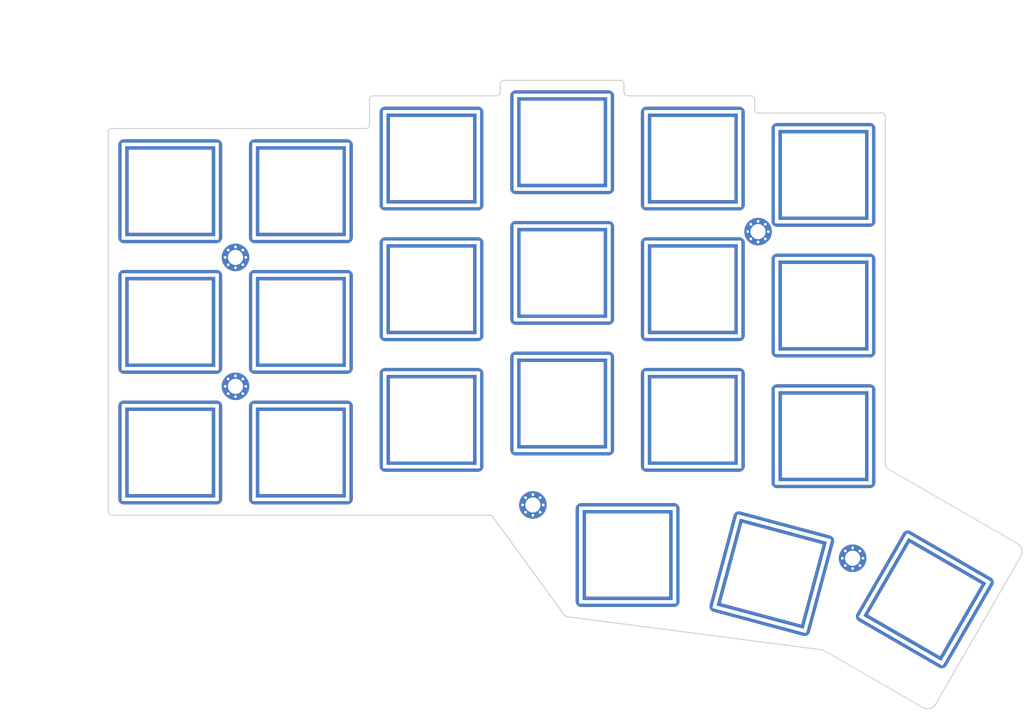
<source format=kicad_pcb>
(kicad_pcb (version 20171130) (host pcbnew 5.1.4+dfsg1-1)

  (general
    (thickness 1.6)
    (drawings 125)
    (tracks 0)
    (zones 0)
    (modules 26)
    (nets 1)
  )

  (page A4)
  (title_block
    (title "Corne Top Plate")
    (date 2018-12-09)
    (rev 2.1)
    (company foostan)
  )

  (layers
    (0 F.Cu signal)
    (31 B.Cu signal)
    (32 B.Adhes user)
    (33 F.Adhes user)
    (34 B.Paste user)
    (35 F.Paste user)
    (36 B.SilkS user)
    (37 F.SilkS user)
    (38 B.Mask user)
    (39 F.Mask user)
    (40 Dwgs.User user)
    (41 Cmts.User user)
    (42 Eco1.User user)
    (43 Eco2.User user)
    (44 Edge.Cuts user)
    (45 Margin user)
    (46 B.CrtYd user)
    (47 F.CrtYd user)
    (48 B.Fab user)
    (49 F.Fab user)
  )

  (setup
    (last_trace_width 0.25)
    (user_trace_width 0.2)
    (user_trace_width 0.5)
    (trace_clearance 0.2)
    (zone_clearance 0.508)
    (zone_45_only no)
    (trace_min 0.2)
    (via_size 0.6)
    (via_drill 0.4)
    (via_min_size 0.4)
    (via_min_drill 0.3)
    (uvia_size 0.3)
    (uvia_drill 0.1)
    (uvias_allowed no)
    (uvia_min_size 0.2)
    (uvia_min_drill 0.1)
    (edge_width 0.15)
    (segment_width 0.1)
    (pcb_text_width 0.3)
    (pcb_text_size 1.5 1.5)
    (mod_edge_width 0.15)
    (mod_text_size 1 1)
    (mod_text_width 0.15)
    (pad_size 4 4)
    (pad_drill 2.2)
    (pad_to_mask_clearance 0.2)
    (aux_axis_origin 174 65.7)
    (grid_origin 70.01 77.125)
    (visible_elements FFFFFF7F)
    (pcbplotparams
      (layerselection 0x010f0_ffffffff)
      (usegerberextensions true)
      (usegerberattributes false)
      (usegerberadvancedattributes false)
      (creategerberjobfile false)
      (excludeedgelayer true)
      (linewidth 0.100000)
      (plotframeref false)
      (viasonmask false)
      (mode 1)
      (useauxorigin false)
      (hpglpennumber 1)
      (hpglpenspeed 20)
      (hpglpendiameter 15.000000)
      (psnegative false)
      (psa4output false)
      (plotreference true)
      (plotvalue true)
      (plotinvisibletext false)
      (padsonsilk false)
      (subtractmaskfromsilk false)
      (outputformat 1)
      (mirror false)
      (drillshape 0)
      (scaleselection 1)
      (outputdirectory "gerber/"))
  )

  (net 0 "")

  (net_class Default "これは標準のネット クラスです。"
    (clearance 0.2)
    (trace_width 0.25)
    (via_dia 0.6)
    (via_drill 0.4)
    (uvia_dia 0.3)
    (uvia_drill 0.1)
  )

  (module kbd:M2_HOLE_v3 (layer F.Cu) (tedit 5DC1AD4B) (tstamp 5AAA7C4A)
    (at 122.75 122.75)
    (descr "Mounting Hole 2.2mm, no annular, M2")
    (tags "mounting hole 2.2mm no annular m2")
    (attr virtual)
    (fp_text reference "" (at 0 -3.2) (layer F.SilkS)
      (effects (font (size 1 1) (thickness 0.15)))
    )
    (fp_text value "" (at 0 3.2) (layer F.Fab)
      (effects (font (size 1 1) (thickness 0.15)))
    )
    (fp_circle (center 0 0) (end 2.45 0) (layer F.CrtYd) (width 0.05))
    (fp_circle (center 0 0) (end 2.2 0) (layer Cmts.User) (width 0.15))
    (fp_text user %R (at 0.3 0) (layer F.Fab)
      (effects (font (size 1 1) (thickness 0.15)))
    )
    (pad 1 thru_hole circle (at 1.06 -1.06) (size 0.5 0.5) (drill 0.4) (layers *.Cu *.Mask))
    (pad 1 thru_hole circle (at -1.06 -1.06) (size 0.5 0.5) (drill 0.4) (layers *.Cu *.Mask))
    (pad 1 thru_hole circle (at -1.06 1.06) (size 0.5 0.5) (drill 0.4) (layers *.Cu *.Mask))
    (pad 1 thru_hole circle (at 1.06 1.06) (size 0.5 0.5) (drill 0.4) (layers *.Cu *.Mask))
    (pad 1 thru_hole circle (at 0 -1.5) (size 0.5 0.5) (drill 0.4) (layers *.Cu *.Mask))
    (pad 1 thru_hole circle (at 0 1.5) (size 0.5 0.5) (drill 0.4) (layers *.Cu *.Mask))
    (pad 1 thru_hole circle (at -1.5 0) (size 0.5 0.5) (drill 0.4) (layers *.Cu *.Mask))
    (pad 1 thru_hole circle (at 1.5 0) (size 0.5 0.5) (drill 0.4) (layers *.Cu *.Mask))
    (pad 1 thru_hole circle (at 0 0) (size 4 4) (drill 2.2) (layers *.Cu *.Mask))
  )

  (module kbd:M2_HOLE_v3 (layer F.Cu) (tedit 5DC1AD4B) (tstamp 5AAA7D53)
    (at 169.25 130.5)
    (descr "Mounting Hole 2.2mm, no annular, M2")
    (tags "mounting hole 2.2mm no annular m2")
    (attr virtual)
    (fp_text reference "" (at 0 -3.2) (layer F.SilkS)
      (effects (font (size 1 1) (thickness 0.15)))
    )
    (fp_text value "" (at 0 3.2) (layer F.Fab)
      (effects (font (size 1 1) (thickness 0.15)))
    )
    (fp_circle (center 0 0) (end 2.45 0) (layer F.CrtYd) (width 0.05))
    (fp_circle (center 0 0) (end 2.2 0) (layer Cmts.User) (width 0.15))
    (fp_text user %R (at 0.3 0) (layer F.Fab)
      (effects (font (size 1 1) (thickness 0.15)))
    )
    (pad 1 thru_hole circle (at 1.06 -1.06) (size 0.5 0.5) (drill 0.4) (layers *.Cu *.Mask))
    (pad 1 thru_hole circle (at -1.06 -1.06) (size 0.5 0.5) (drill 0.4) (layers *.Cu *.Mask))
    (pad 1 thru_hole circle (at -1.06 1.06) (size 0.5 0.5) (drill 0.4) (layers *.Cu *.Mask))
    (pad 1 thru_hole circle (at 1.06 1.06) (size 0.5 0.5) (drill 0.4) (layers *.Cu *.Mask))
    (pad 1 thru_hole circle (at 0 -1.5) (size 0.5 0.5) (drill 0.4) (layers *.Cu *.Mask))
    (pad 1 thru_hole circle (at 0 1.5) (size 0.5 0.5) (drill 0.4) (layers *.Cu *.Mask))
    (pad 1 thru_hole circle (at -1.5 0) (size 0.5 0.5) (drill 0.4) (layers *.Cu *.Mask))
    (pad 1 thru_hole circle (at 1.5 0) (size 0.5 0.5) (drill 0.4) (layers *.Cu *.Mask))
    (pad 1 thru_hole circle (at 0 0) (size 4 4) (drill 2.2) (layers *.Cu *.Mask))
  )

  (module kbd:M2_HOLE_v3 (layer F.Cu) (tedit 5DC1AD4B) (tstamp 5AAA5A9F)
    (at 79.5 105.5)
    (descr "Mounting Hole 2.2mm, no annular, M2")
    (tags "mounting hole 2.2mm no annular m2")
    (attr virtual)
    (fp_text reference "" (at 0 -3.2) (layer F.SilkS)
      (effects (font (size 1 1) (thickness 0.15)))
    )
    (fp_text value "" (at 0 3.2) (layer F.Fab)
      (effects (font (size 1 1) (thickness 0.15)))
    )
    (fp_circle (center 0 0) (end 2.45 0) (layer F.CrtYd) (width 0.05))
    (fp_circle (center 0 0) (end 2.2 0) (layer Cmts.User) (width 0.15))
    (fp_text user %R (at 0.3 0) (layer F.Fab)
      (effects (font (size 1 1) (thickness 0.15)))
    )
    (pad 1 thru_hole circle (at 1.06 -1.06) (size 0.5 0.5) (drill 0.4) (layers *.Cu *.Mask))
    (pad 1 thru_hole circle (at -1.06 -1.06) (size 0.5 0.5) (drill 0.4) (layers *.Cu *.Mask))
    (pad 1 thru_hole circle (at -1.06 1.06) (size 0.5 0.5) (drill 0.4) (layers *.Cu *.Mask))
    (pad 1 thru_hole circle (at 1.06 1.06) (size 0.5 0.5) (drill 0.4) (layers *.Cu *.Mask))
    (pad 1 thru_hole circle (at 0 -1.5) (size 0.5 0.5) (drill 0.4) (layers *.Cu *.Mask))
    (pad 1 thru_hole circle (at 0 1.5) (size 0.5 0.5) (drill 0.4) (layers *.Cu *.Mask))
    (pad 1 thru_hole circle (at -1.5 0) (size 0.5 0.5) (drill 0.4) (layers *.Cu *.Mask))
    (pad 1 thru_hole circle (at 1.5 0) (size 0.5 0.5) (drill 0.4) (layers *.Cu *.Mask))
    (pad 1 thru_hole circle (at 0 0) (size 4 4) (drill 2.2) (layers *.Cu *.Mask))
  )

  (module kbd:M2_HOLE_v3 (layer F.Cu) (tedit 5DC1AD4B) (tstamp 5AAA7C39)
    (at 155.5 83)
    (descr "Mounting Hole 2.2mm, no annular, M2")
    (tags "mounting hole 2.2mm no annular m2")
    (attr virtual)
    (fp_text reference "" (at 0 -3.2) (layer F.SilkS)
      (effects (font (size 1 1) (thickness 0.15)))
    )
    (fp_text value "" (at 0 3.2) (layer F.Fab)
      (effects (font (size 1 1) (thickness 0.15)))
    )
    (fp_circle (center 0 0) (end 2.45 0) (layer F.CrtYd) (width 0.05))
    (fp_circle (center 0 0) (end 2.2 0) (layer Cmts.User) (width 0.15))
    (fp_text user %R (at 0.3 0) (layer F.Fab)
      (effects (font (size 1 1) (thickness 0.15)))
    )
    (pad 1 thru_hole circle (at 1.06 -1.06) (size 0.5 0.5) (drill 0.4) (layers *.Cu *.Mask))
    (pad 1 thru_hole circle (at -1.06 -1.06) (size 0.5 0.5) (drill 0.4) (layers *.Cu *.Mask))
    (pad 1 thru_hole circle (at -1.06 1.06) (size 0.5 0.5) (drill 0.4) (layers *.Cu *.Mask))
    (pad 1 thru_hole circle (at 1.06 1.06) (size 0.5 0.5) (drill 0.4) (layers *.Cu *.Mask))
    (pad 1 thru_hole circle (at 0 -1.5) (size 0.5 0.5) (drill 0.4) (layers *.Cu *.Mask))
    (pad 1 thru_hole circle (at 0 1.5) (size 0.5 0.5) (drill 0.4) (layers *.Cu *.Mask))
    (pad 1 thru_hole circle (at -1.5 0) (size 0.5 0.5) (drill 0.4) (layers *.Cu *.Mask))
    (pad 1 thru_hole circle (at 1.5 0) (size 0.5 0.5) (drill 0.4) (layers *.Cu *.Mask))
    (pad 1 thru_hole circle (at 0 0) (size 4 4) (drill 2.2) (layers *.Cu *.Mask))
  )

  (module kbd:M2_HOLE_v3 (layer F.Cu) (tedit 5DC1AD4B) (tstamp 5AAA5A7C)
    (at 79.5 86.75)
    (descr "Mounting Hole 2.2mm, no annular, M2")
    (tags "mounting hole 2.2mm no annular m2")
    (attr virtual)
    (fp_text reference "" (at 0 -3.2) (layer F.SilkS)
      (effects (font (size 1 1) (thickness 0.15)))
    )
    (fp_text value "" (at 0 3.2) (layer F.Fab)
      (effects (font (size 1 1) (thickness 0.15)))
    )
    (fp_circle (center 0 0) (end 2.45 0) (layer F.CrtYd) (width 0.05))
    (fp_circle (center 0 0) (end 2.2 0) (layer Cmts.User) (width 0.15))
    (fp_text user %R (at 0.3 0) (layer F.Fab)
      (effects (font (size 1 1) (thickness 0.15)))
    )
    (pad 1 thru_hole circle (at 1.06 -1.06) (size 0.5 0.5) (drill 0.4) (layers *.Cu *.Mask))
    (pad 1 thru_hole circle (at -1.06 -1.06) (size 0.5 0.5) (drill 0.4) (layers *.Cu *.Mask))
    (pad 1 thru_hole circle (at -1.06 1.06) (size 0.5 0.5) (drill 0.4) (layers *.Cu *.Mask))
    (pad 1 thru_hole circle (at 1.06 1.06) (size 0.5 0.5) (drill 0.4) (layers *.Cu *.Mask))
    (pad 1 thru_hole circle (at 0 -1.5) (size 0.5 0.5) (drill 0.4) (layers *.Cu *.Mask))
    (pad 1 thru_hole circle (at 0 1.5) (size 0.5 0.5) (drill 0.4) (layers *.Cu *.Mask))
    (pad 1 thru_hole circle (at -1.5 0) (size 0.5 0.5) (drill 0.4) (layers *.Cu *.Mask))
    (pad 1 thru_hole circle (at 1.5 0) (size 0.5 0.5) (drill 0.4) (layers *.Cu *.Mask))
    (pad 1 thru_hole circle (at 0 0) (size 4 4) (drill 2.2) (layers *.Cu *.Mask))
  )

  (module kbd:SW_Hole_TH (layer F.Cu) (tedit 5DC1A8B7) (tstamp 5DC20BEA)
    (at 179.75 136.485 330)
    (fp_text reference SW2 (at 7 8.1 150) (layer F.SilkS) hide
      (effects (font (size 1 1) (thickness 0.15)))
    )
    (fp_text value KEY_SWITCH (at -7.4 -8.1 150) (layer F.Fab) hide
      (effects (font (size 1 1) (thickness 0.15)))
    )
    (fp_line (start 9.525 9.525) (end 9.525 -9.525) (layer F.Fab) (width 0.15))
    (fp_line (start -9.525 9.525) (end 9.525 9.525) (layer F.Fab) (width 0.15))
    (fp_line (start -9.525 -9.525) (end -9.525 9.525) (layer F.Fab) (width 0.15))
    (fp_line (start 9.525 -9.525) (end -9.525 -9.525) (layer F.Fab) (width 0.15))
    (pad 1 thru_hole oval (at 6.8 0 330) (size 1.5 15) (drill oval 0.5 14) (layers *.Cu *.Mask))
    (pad 1 thru_hole oval (at -6.8 0 330) (size 1.5 15) (drill oval 0.5 14) (layers *.Cu *.Mask))
    (pad 1 thru_hole oval (at 0 6.8 60) (size 1.5 15) (drill oval 0.5 14) (layers *.Cu *.Mask))
    (pad 1 thru_hole oval (at 0 -6.8 60) (size 1.5 15) (drill oval 0.5 14) (layers *.Cu *.Mask))
  )

  (module kbd:SW_Hole_TH (layer F.Cu) (tedit 5DC1A8B7) (tstamp 5DC20BC9)
    (at 157.492 132.744 345)
    (fp_text reference SW2 (at 7 8.1 165) (layer F.SilkS) hide
      (effects (font (size 1 1) (thickness 0.15)))
    )
    (fp_text value KEY_SWITCH (at -7.4 -8.1 165) (layer F.Fab) hide
      (effects (font (size 1 1) (thickness 0.15)))
    )
    (fp_line (start 9.525 -9.525) (end -9.525 -9.525) (layer F.Fab) (width 0.15))
    (fp_line (start -9.525 -9.525) (end -9.525 9.525) (layer F.Fab) (width 0.15))
    (fp_line (start -9.525 9.525) (end 9.525 9.525) (layer F.Fab) (width 0.15))
    (fp_line (start 9.525 9.525) (end 9.525 -9.525) (layer F.Fab) (width 0.15))
    (pad 1 thru_hole oval (at 0 -6.8 75) (size 1.5 15) (drill oval 0.5 14) (layers *.Cu *.Mask))
    (pad 1 thru_hole oval (at 0 6.8 75) (size 1.5 15) (drill oval 0.5 14) (layers *.Cu *.Mask))
    (pad 1 thru_hole oval (at -6.8 0 345) (size 1.5 15) (drill oval 0.5 14) (layers *.Cu *.Mask))
    (pad 1 thru_hole oval (at 6.8 0 345) (size 1.5 15) (drill oval 0.5 14) (layers *.Cu *.Mask))
  )

  (module kbd:SW_Hole_TH (layer F.Cu) (tedit 5DC1A8B7) (tstamp 5DC20B59)
    (at 136.53 130.035)
    (fp_text reference SW2 (at 7 8.1) (layer F.SilkS) hide
      (effects (font (size 1 1) (thickness 0.15)))
    )
    (fp_text value KEY_SWITCH (at -7.4 -8.1) (layer F.Fab) hide
      (effects (font (size 1 1) (thickness 0.15)))
    )
    (fp_line (start 9.525 9.525) (end 9.525 -9.525) (layer F.Fab) (width 0.15))
    (fp_line (start -9.525 9.525) (end 9.525 9.525) (layer F.Fab) (width 0.15))
    (fp_line (start -9.525 -9.525) (end -9.525 9.525) (layer F.Fab) (width 0.15))
    (fp_line (start 9.525 -9.525) (end -9.525 -9.525) (layer F.Fab) (width 0.15))
    (pad 1 thru_hole oval (at 6.8 0) (size 1.5 15) (drill oval 0.5 14) (layers *.Cu *.Mask))
    (pad 1 thru_hole oval (at -6.8 0) (size 1.5 15) (drill oval 0.5 14) (layers *.Cu *.Mask))
    (pad 1 thru_hole oval (at 0 6.8 90) (size 1.5 15) (drill oval 0.5 14) (layers *.Cu *.Mask))
    (pad 1 thru_hole oval (at 0 -6.8 90) (size 1.5 15) (drill oval 0.5 14) (layers *.Cu *.Mask))
  )

  (module kbd:SW_Hole_TH (layer F.Cu) (tedit 5DC1A8B7) (tstamp 5DC20AAA)
    (at 165.01 112.75)
    (fp_text reference SW2 (at 7 8.1) (layer F.SilkS) hide
      (effects (font (size 1 1) (thickness 0.15)))
    )
    (fp_text value KEY_SWITCH (at -7.4 -8.1) (layer F.Fab) hide
      (effects (font (size 1 1) (thickness 0.15)))
    )
    (fp_line (start 9.525 9.525) (end 9.525 -9.525) (layer F.Fab) (width 0.15))
    (fp_line (start -9.525 9.525) (end 9.525 9.525) (layer F.Fab) (width 0.15))
    (fp_line (start -9.525 -9.525) (end -9.525 9.525) (layer F.Fab) (width 0.15))
    (fp_line (start 9.525 -9.525) (end -9.525 -9.525) (layer F.Fab) (width 0.15))
    (pad 1 thru_hole oval (at 6.8 0) (size 1.5 15) (drill oval 0.5 14) (layers *.Cu *.Mask))
    (pad 1 thru_hole oval (at -6.8 0) (size 1.5 15) (drill oval 0.5 14) (layers *.Cu *.Mask))
    (pad 1 thru_hole oval (at 0 6.8 90) (size 1.5 15) (drill oval 0.5 14) (layers *.Cu *.Mask))
    (pad 1 thru_hole oval (at 0 -6.8 90) (size 1.5 15) (drill oval 0.5 14) (layers *.Cu *.Mask))
  )

  (module kbd:SW_Hole_TH (layer F.Cu) (tedit 5DC1A8B7) (tstamp 5DC20A9F)
    (at 165.01 74.75)
    (fp_text reference SW2 (at 7 8.1) (layer F.SilkS) hide
      (effects (font (size 1 1) (thickness 0.15)))
    )
    (fp_text value KEY_SWITCH (at -7.4 -8.1) (layer F.Fab) hide
      (effects (font (size 1 1) (thickness 0.15)))
    )
    (fp_line (start 9.525 9.525) (end 9.525 -9.525) (layer F.Fab) (width 0.15))
    (fp_line (start -9.525 9.525) (end 9.525 9.525) (layer F.Fab) (width 0.15))
    (fp_line (start -9.525 -9.525) (end -9.525 9.525) (layer F.Fab) (width 0.15))
    (fp_line (start 9.525 -9.525) (end -9.525 -9.525) (layer F.Fab) (width 0.15))
    (pad 1 thru_hole oval (at 6.8 0) (size 1.5 15) (drill oval 0.5 14) (layers *.Cu *.Mask))
    (pad 1 thru_hole oval (at -6.8 0) (size 1.5 15) (drill oval 0.5 14) (layers *.Cu *.Mask))
    (pad 1 thru_hole oval (at 0 6.8 90) (size 1.5 15) (drill oval 0.5 14) (layers *.Cu *.Mask))
    (pad 1 thru_hole oval (at 0 -6.8 90) (size 1.5 15) (drill oval 0.5 14) (layers *.Cu *.Mask))
  )

  (module kbd:SW_Hole_TH (layer F.Cu) (tedit 5DC1A8B7) (tstamp 5DC20A94)
    (at 165.01 93.75)
    (fp_text reference SW2 (at 7 8.1) (layer F.SilkS) hide
      (effects (font (size 1 1) (thickness 0.15)))
    )
    (fp_text value KEY_SWITCH (at -7.4 -8.1) (layer F.Fab) hide
      (effects (font (size 1 1) (thickness 0.15)))
    )
    (fp_line (start 9.525 -9.525) (end -9.525 -9.525) (layer F.Fab) (width 0.15))
    (fp_line (start -9.525 -9.525) (end -9.525 9.525) (layer F.Fab) (width 0.15))
    (fp_line (start -9.525 9.525) (end 9.525 9.525) (layer F.Fab) (width 0.15))
    (fp_line (start 9.525 9.525) (end 9.525 -9.525) (layer F.Fab) (width 0.15))
    (pad 1 thru_hole oval (at 0 -6.8 90) (size 1.5 15) (drill oval 0.5 14) (layers *.Cu *.Mask))
    (pad 1 thru_hole oval (at 0 6.8 90) (size 1.5 15) (drill oval 0.5 14) (layers *.Cu *.Mask))
    (pad 1 thru_hole oval (at -6.8 0) (size 1.5 15) (drill oval 0.5 14) (layers *.Cu *.Mask))
    (pad 1 thru_hole oval (at 6.8 0) (size 1.5 15) (drill oval 0.5 14) (layers *.Cu *.Mask))
  )

  (module kbd:SW_Hole_TH (layer F.Cu) (tedit 5DC1A8B7) (tstamp 5DC20A68)
    (at 146.01 91.375)
    (fp_text reference SW2 (at 7 8.1) (layer F.SilkS) hide
      (effects (font (size 1 1) (thickness 0.15)))
    )
    (fp_text value KEY_SWITCH (at -7.4 -8.1) (layer F.Fab) hide
      (effects (font (size 1 1) (thickness 0.15)))
    )
    (fp_line (start 9.525 9.525) (end 9.525 -9.525) (layer F.Fab) (width 0.15))
    (fp_line (start -9.525 9.525) (end 9.525 9.525) (layer F.Fab) (width 0.15))
    (fp_line (start -9.525 -9.525) (end -9.525 9.525) (layer F.Fab) (width 0.15))
    (fp_line (start 9.525 -9.525) (end -9.525 -9.525) (layer F.Fab) (width 0.15))
    (pad 1 thru_hole oval (at 6.8 0) (size 1.5 15) (drill oval 0.5 14) (layers *.Cu *.Mask))
    (pad 1 thru_hole oval (at -6.8 0) (size 1.5 15) (drill oval 0.5 14) (layers *.Cu *.Mask))
    (pad 1 thru_hole oval (at 0 6.8 90) (size 1.5 15) (drill oval 0.5 14) (layers *.Cu *.Mask))
    (pad 1 thru_hole oval (at 0 -6.8 90) (size 1.5 15) (drill oval 0.5 14) (layers *.Cu *.Mask))
  )

  (module kbd:SW_Hole_TH (layer F.Cu) (tedit 5DC1A8B7) (tstamp 5DC20A5D)
    (at 146.01 72.375)
    (fp_text reference SW2 (at 7 8.1) (layer F.SilkS) hide
      (effects (font (size 1 1) (thickness 0.15)))
    )
    (fp_text value KEY_SWITCH (at -7.4 -8.1) (layer F.Fab) hide
      (effects (font (size 1 1) (thickness 0.15)))
    )
    (fp_line (start 9.525 -9.525) (end -9.525 -9.525) (layer F.Fab) (width 0.15))
    (fp_line (start -9.525 -9.525) (end -9.525 9.525) (layer F.Fab) (width 0.15))
    (fp_line (start -9.525 9.525) (end 9.525 9.525) (layer F.Fab) (width 0.15))
    (fp_line (start 9.525 9.525) (end 9.525 -9.525) (layer F.Fab) (width 0.15))
    (pad 1 thru_hole oval (at 0 -6.8 90) (size 1.5 15) (drill oval 0.5 14) (layers *.Cu *.Mask))
    (pad 1 thru_hole oval (at 0 6.8 90) (size 1.5 15) (drill oval 0.5 14) (layers *.Cu *.Mask))
    (pad 1 thru_hole oval (at -6.8 0) (size 1.5 15) (drill oval 0.5 14) (layers *.Cu *.Mask))
    (pad 1 thru_hole oval (at 6.8 0) (size 1.5 15) (drill oval 0.5 14) (layers *.Cu *.Mask))
  )

  (module kbd:SW_Hole_TH (layer F.Cu) (tedit 5DC1A8B7) (tstamp 5DC20A52)
    (at 146.01 110.375)
    (fp_text reference SW2 (at 7 8.1) (layer F.SilkS) hide
      (effects (font (size 1 1) (thickness 0.15)))
    )
    (fp_text value KEY_SWITCH (at -7.4 -8.1) (layer F.Fab) hide
      (effects (font (size 1 1) (thickness 0.15)))
    )
    (fp_line (start 9.525 -9.525) (end -9.525 -9.525) (layer F.Fab) (width 0.15))
    (fp_line (start -9.525 -9.525) (end -9.525 9.525) (layer F.Fab) (width 0.15))
    (fp_line (start -9.525 9.525) (end 9.525 9.525) (layer F.Fab) (width 0.15))
    (fp_line (start 9.525 9.525) (end 9.525 -9.525) (layer F.Fab) (width 0.15))
    (pad 1 thru_hole oval (at 0 -6.8 90) (size 1.5 15) (drill oval 0.5 14) (layers *.Cu *.Mask))
    (pad 1 thru_hole oval (at 0 6.8 90) (size 1.5 15) (drill oval 0.5 14) (layers *.Cu *.Mask))
    (pad 1 thru_hole oval (at -6.8 0) (size 1.5 15) (drill oval 0.5 14) (layers *.Cu *.Mask))
    (pad 1 thru_hole oval (at 6.8 0) (size 1.5 15) (drill oval 0.5 14) (layers *.Cu *.Mask))
  )

  (module kbd:SW_Hole_TH (layer F.Cu) (tedit 5DC1A8B7) (tstamp 5DC20A26)
    (at 127.01 89)
    (fp_text reference SW2 (at 7 8.1) (layer F.SilkS) hide
      (effects (font (size 1 1) (thickness 0.15)))
    )
    (fp_text value KEY_SWITCH (at -7.4 -8.1) (layer F.Fab) hide
      (effects (font (size 1 1) (thickness 0.15)))
    )
    (fp_line (start 9.525 -9.525) (end -9.525 -9.525) (layer F.Fab) (width 0.15))
    (fp_line (start -9.525 -9.525) (end -9.525 9.525) (layer F.Fab) (width 0.15))
    (fp_line (start -9.525 9.525) (end 9.525 9.525) (layer F.Fab) (width 0.15))
    (fp_line (start 9.525 9.525) (end 9.525 -9.525) (layer F.Fab) (width 0.15))
    (pad 1 thru_hole oval (at 0 -6.8 90) (size 1.5 15) (drill oval 0.5 14) (layers *.Cu *.Mask))
    (pad 1 thru_hole oval (at 0 6.8 90) (size 1.5 15) (drill oval 0.5 14) (layers *.Cu *.Mask))
    (pad 1 thru_hole oval (at -6.8 0) (size 1.5 15) (drill oval 0.5 14) (layers *.Cu *.Mask))
    (pad 1 thru_hole oval (at 6.8 0) (size 1.5 15) (drill oval 0.5 14) (layers *.Cu *.Mask))
  )

  (module kbd:SW_Hole_TH (layer F.Cu) (tedit 5DC1A8B7) (tstamp 5DC20A1B)
    (at 127.01 108)
    (fp_text reference SW2 (at 7 8.1) (layer F.SilkS) hide
      (effects (font (size 1 1) (thickness 0.15)))
    )
    (fp_text value KEY_SWITCH (at -7.4 -8.1) (layer F.Fab) hide
      (effects (font (size 1 1) (thickness 0.15)))
    )
    (fp_line (start 9.525 9.525) (end 9.525 -9.525) (layer F.Fab) (width 0.15))
    (fp_line (start -9.525 9.525) (end 9.525 9.525) (layer F.Fab) (width 0.15))
    (fp_line (start -9.525 -9.525) (end -9.525 9.525) (layer F.Fab) (width 0.15))
    (fp_line (start 9.525 -9.525) (end -9.525 -9.525) (layer F.Fab) (width 0.15))
    (pad 1 thru_hole oval (at 6.8 0) (size 1.5 15) (drill oval 0.5 14) (layers *.Cu *.Mask))
    (pad 1 thru_hole oval (at -6.8 0) (size 1.5 15) (drill oval 0.5 14) (layers *.Cu *.Mask))
    (pad 1 thru_hole oval (at 0 6.8 90) (size 1.5 15) (drill oval 0.5 14) (layers *.Cu *.Mask))
    (pad 1 thru_hole oval (at 0 -6.8 90) (size 1.5 15) (drill oval 0.5 14) (layers *.Cu *.Mask))
  )

  (module kbd:SW_Hole_TH (layer F.Cu) (tedit 5DC1A8B7) (tstamp 5DC20A10)
    (at 127.01 70)
    (fp_text reference SW2 (at 7 8.1) (layer F.SilkS) hide
      (effects (font (size 1 1) (thickness 0.15)))
    )
    (fp_text value KEY_SWITCH (at -7.4 -8.1) (layer F.Fab) hide
      (effects (font (size 1 1) (thickness 0.15)))
    )
    (fp_line (start 9.525 9.525) (end 9.525 -9.525) (layer F.Fab) (width 0.15))
    (fp_line (start -9.525 9.525) (end 9.525 9.525) (layer F.Fab) (width 0.15))
    (fp_line (start -9.525 -9.525) (end -9.525 9.525) (layer F.Fab) (width 0.15))
    (fp_line (start 9.525 -9.525) (end -9.525 -9.525) (layer F.Fab) (width 0.15))
    (pad 1 thru_hole oval (at 6.8 0) (size 1.5 15) (drill oval 0.5 14) (layers *.Cu *.Mask))
    (pad 1 thru_hole oval (at -6.8 0) (size 1.5 15) (drill oval 0.5 14) (layers *.Cu *.Mask))
    (pad 1 thru_hole oval (at 0 6.8 90) (size 1.5 15) (drill oval 0.5 14) (layers *.Cu *.Mask))
    (pad 1 thru_hole oval (at 0 -6.8 90) (size 1.5 15) (drill oval 0.5 14) (layers *.Cu *.Mask))
  )

  (module kbd:SW_Hole_TH (layer F.Cu) (tedit 5DC1A8B7) (tstamp 5DC209E4)
    (at 108.01 91.375)
    (fp_text reference SW2 (at 7 8.1) (layer F.SilkS) hide
      (effects (font (size 1 1) (thickness 0.15)))
    )
    (fp_text value KEY_SWITCH (at -7.4 -8.1) (layer F.Fab) hide
      (effects (font (size 1 1) (thickness 0.15)))
    )
    (fp_line (start 9.525 9.525) (end 9.525 -9.525) (layer F.Fab) (width 0.15))
    (fp_line (start -9.525 9.525) (end 9.525 9.525) (layer F.Fab) (width 0.15))
    (fp_line (start -9.525 -9.525) (end -9.525 9.525) (layer F.Fab) (width 0.15))
    (fp_line (start 9.525 -9.525) (end -9.525 -9.525) (layer F.Fab) (width 0.15))
    (pad 1 thru_hole oval (at 6.8 0) (size 1.5 15) (drill oval 0.5 14) (layers *.Cu *.Mask))
    (pad 1 thru_hole oval (at -6.8 0) (size 1.5 15) (drill oval 0.5 14) (layers *.Cu *.Mask))
    (pad 1 thru_hole oval (at 0 6.8 90) (size 1.5 15) (drill oval 0.5 14) (layers *.Cu *.Mask))
    (pad 1 thru_hole oval (at 0 -6.8 90) (size 1.5 15) (drill oval 0.5 14) (layers *.Cu *.Mask))
  )

  (module kbd:SW_Hole_TH (layer F.Cu) (tedit 5DC1A8B7) (tstamp 5DC209D9)
    (at 108.01 110.375)
    (fp_text reference SW2 (at 7 8.1) (layer F.SilkS) hide
      (effects (font (size 1 1) (thickness 0.15)))
    )
    (fp_text value KEY_SWITCH (at -7.4 -8.1) (layer F.Fab) hide
      (effects (font (size 1 1) (thickness 0.15)))
    )
    (fp_line (start 9.525 -9.525) (end -9.525 -9.525) (layer F.Fab) (width 0.15))
    (fp_line (start -9.525 -9.525) (end -9.525 9.525) (layer F.Fab) (width 0.15))
    (fp_line (start -9.525 9.525) (end 9.525 9.525) (layer F.Fab) (width 0.15))
    (fp_line (start 9.525 9.525) (end 9.525 -9.525) (layer F.Fab) (width 0.15))
    (pad 1 thru_hole oval (at 0 -6.8 90) (size 1.5 15) (drill oval 0.5 14) (layers *.Cu *.Mask))
    (pad 1 thru_hole oval (at 0 6.8 90) (size 1.5 15) (drill oval 0.5 14) (layers *.Cu *.Mask))
    (pad 1 thru_hole oval (at -6.8 0) (size 1.5 15) (drill oval 0.5 14) (layers *.Cu *.Mask))
    (pad 1 thru_hole oval (at 6.8 0) (size 1.5 15) (drill oval 0.5 14) (layers *.Cu *.Mask))
  )

  (module kbd:SW_Hole_TH (layer F.Cu) (tedit 5DC1A8B7) (tstamp 5DC209CE)
    (at 108.01 72.375)
    (fp_text reference SW2 (at 7 8.1) (layer F.SilkS) hide
      (effects (font (size 1 1) (thickness 0.15)))
    )
    (fp_text value KEY_SWITCH (at -7.4 -8.1) (layer F.Fab) hide
      (effects (font (size 1 1) (thickness 0.15)))
    )
    (fp_line (start 9.525 -9.525) (end -9.525 -9.525) (layer F.Fab) (width 0.15))
    (fp_line (start -9.525 -9.525) (end -9.525 9.525) (layer F.Fab) (width 0.15))
    (fp_line (start -9.525 9.525) (end 9.525 9.525) (layer F.Fab) (width 0.15))
    (fp_line (start 9.525 9.525) (end 9.525 -9.525) (layer F.Fab) (width 0.15))
    (pad 1 thru_hole oval (at 0 -6.8 90) (size 1.5 15) (drill oval 0.5 14) (layers *.Cu *.Mask))
    (pad 1 thru_hole oval (at 0 6.8 90) (size 1.5 15) (drill oval 0.5 14) (layers *.Cu *.Mask))
    (pad 1 thru_hole oval (at -6.8 0) (size 1.5 15) (drill oval 0.5 14) (layers *.Cu *.Mask))
    (pad 1 thru_hole oval (at 6.8 0) (size 1.5 15) (drill oval 0.5 14) (layers *.Cu *.Mask))
  )

  (module kbd:SW_Hole_TH (layer F.Cu) (tedit 5DC1A8B7) (tstamp 5DC2068E)
    (at 89.01 96.125)
    (fp_text reference SW2 (at 7 8.1) (layer F.SilkS) hide
      (effects (font (size 1 1) (thickness 0.15)))
    )
    (fp_text value KEY_SWITCH (at -7.4 -8.1) (layer F.Fab) hide
      (effects (font (size 1 1) (thickness 0.15)))
    )
    (fp_line (start 9.525 -9.525) (end -9.525 -9.525) (layer F.Fab) (width 0.15))
    (fp_line (start -9.525 -9.525) (end -9.525 9.525) (layer F.Fab) (width 0.15))
    (fp_line (start -9.525 9.525) (end 9.525 9.525) (layer F.Fab) (width 0.15))
    (fp_line (start 9.525 9.525) (end 9.525 -9.525) (layer F.Fab) (width 0.15))
    (pad 1 thru_hole oval (at 0 -6.8 90) (size 1.5 15) (drill oval 0.5 14) (layers *.Cu *.Mask))
    (pad 1 thru_hole oval (at 0 6.8 90) (size 1.5 15) (drill oval 0.5 14) (layers *.Cu *.Mask))
    (pad 1 thru_hole oval (at -6.8 0) (size 1.5 15) (drill oval 0.5 14) (layers *.Cu *.Mask))
    (pad 1 thru_hole oval (at 6.8 0) (size 1.5 15) (drill oval 0.5 14) (layers *.Cu *.Mask))
  )

  (module kbd:SW_Hole_TH (layer F.Cu) (tedit 5DC1A8B7) (tstamp 5DC20683)
    (at 89.01 115.125)
    (fp_text reference SW2 (at 7 8.1) (layer F.SilkS) hide
      (effects (font (size 1 1) (thickness 0.15)))
    )
    (fp_text value KEY_SWITCH (at -7.4 -8.1) (layer F.Fab) hide
      (effects (font (size 1 1) (thickness 0.15)))
    )
    (fp_line (start 9.525 9.525) (end 9.525 -9.525) (layer F.Fab) (width 0.15))
    (fp_line (start -9.525 9.525) (end 9.525 9.525) (layer F.Fab) (width 0.15))
    (fp_line (start -9.525 -9.525) (end -9.525 9.525) (layer F.Fab) (width 0.15))
    (fp_line (start 9.525 -9.525) (end -9.525 -9.525) (layer F.Fab) (width 0.15))
    (pad 1 thru_hole oval (at 6.8 0) (size 1.5 15) (drill oval 0.5 14) (layers *.Cu *.Mask))
    (pad 1 thru_hole oval (at -6.8 0) (size 1.5 15) (drill oval 0.5 14) (layers *.Cu *.Mask))
    (pad 1 thru_hole oval (at 0 6.8 90) (size 1.5 15) (drill oval 0.5 14) (layers *.Cu *.Mask))
    (pad 1 thru_hole oval (at 0 -6.8 90) (size 1.5 15) (drill oval 0.5 14) (layers *.Cu *.Mask))
  )

  (module kbd:SW_Hole_TH (layer F.Cu) (tedit 5DC1A8B7) (tstamp 5DC20678)
    (at 89.01 77.125)
    (fp_text reference SW2 (at 7 8.1) (layer F.SilkS) hide
      (effects (font (size 1 1) (thickness 0.15)))
    )
    (fp_text value KEY_SWITCH (at -7.4 -8.1) (layer F.Fab) hide
      (effects (font (size 1 1) (thickness 0.15)))
    )
    (fp_line (start 9.525 9.525) (end 9.525 -9.525) (layer F.Fab) (width 0.15))
    (fp_line (start -9.525 9.525) (end 9.525 9.525) (layer F.Fab) (width 0.15))
    (fp_line (start -9.525 -9.525) (end -9.525 9.525) (layer F.Fab) (width 0.15))
    (fp_line (start 9.525 -9.525) (end -9.525 -9.525) (layer F.Fab) (width 0.15))
    (pad 1 thru_hole oval (at 6.8 0) (size 1.5 15) (drill oval 0.5 14) (layers *.Cu *.Mask))
    (pad 1 thru_hole oval (at -6.8 0) (size 1.5 15) (drill oval 0.5 14) (layers *.Cu *.Mask))
    (pad 1 thru_hole oval (at 0 6.8 90) (size 1.5 15) (drill oval 0.5 14) (layers *.Cu *.Mask))
    (pad 1 thru_hole oval (at 0 -6.8 90) (size 1.5 15) (drill oval 0.5 14) (layers *.Cu *.Mask))
  )

  (module kbd:SW_Hole_TH (layer F.Cu) (tedit 5DC1A8B7) (tstamp 5DC2064A)
    (at 70.01 115.125)
    (fp_text reference SW2 (at 7 8.1) (layer F.SilkS) hide
      (effects (font (size 1 1) (thickness 0.15)))
    )
    (fp_text value KEY_SWITCH (at -7.4 -8.1) (layer F.Fab) hide
      (effects (font (size 1 1) (thickness 0.15)))
    )
    (fp_line (start 9.525 -9.525) (end -9.525 -9.525) (layer F.Fab) (width 0.15))
    (fp_line (start -9.525 -9.525) (end -9.525 9.525) (layer F.Fab) (width 0.15))
    (fp_line (start -9.525 9.525) (end 9.525 9.525) (layer F.Fab) (width 0.15))
    (fp_line (start 9.525 9.525) (end 9.525 -9.525) (layer F.Fab) (width 0.15))
    (pad 1 thru_hole oval (at 0 -6.8 90) (size 1.5 15) (drill oval 0.5 14) (layers *.Cu *.Mask))
    (pad 1 thru_hole oval (at 0 6.8 90) (size 1.5 15) (drill oval 0.5 14) (layers *.Cu *.Mask))
    (pad 1 thru_hole oval (at -6.8 0) (size 1.5 15) (drill oval 0.5 14) (layers *.Cu *.Mask))
    (pad 1 thru_hole oval (at 6.8 0) (size 1.5 15) (drill oval 0.5 14) (layers *.Cu *.Mask))
  )

  (module kbd:SW_Hole_TH (layer F.Cu) (tedit 5DC1A8B7) (tstamp 5DC20634)
    (at 70.01 96.125)
    (fp_text reference SW2 (at 7 8.1) (layer F.SilkS) hide
      (effects (font (size 1 1) (thickness 0.15)))
    )
    (fp_text value KEY_SWITCH (at -7.4 -8.1) (layer F.Fab) hide
      (effects (font (size 1 1) (thickness 0.15)))
    )
    (fp_line (start 9.525 9.525) (end 9.525 -9.525) (layer F.Fab) (width 0.15))
    (fp_line (start -9.525 9.525) (end 9.525 9.525) (layer F.Fab) (width 0.15))
    (fp_line (start -9.525 -9.525) (end -9.525 9.525) (layer F.Fab) (width 0.15))
    (fp_line (start 9.525 -9.525) (end -9.525 -9.525) (layer F.Fab) (width 0.15))
    (pad 1 thru_hole oval (at 6.8 0) (size 1.5 15) (drill oval 0.5 14) (layers *.Cu *.Mask))
    (pad 1 thru_hole oval (at -6.8 0) (size 1.5 15) (drill oval 0.5 14) (layers *.Cu *.Mask))
    (pad 1 thru_hole oval (at 0 6.8 90) (size 1.5 15) (drill oval 0.5 14) (layers *.Cu *.Mask))
    (pad 1 thru_hole oval (at 0 -6.8 90) (size 1.5 15) (drill oval 0.5 14) (layers *.Cu *.Mask))
  )

  (module kbd:SW_Hole_TH (layer F.Cu) (tedit 5DC1A8B7) (tstamp 5DC20052)
    (at 70.01 77.125)
    (fp_text reference SW2 (at 7 8.1) (layer F.SilkS) hide
      (effects (font (size 1 1) (thickness 0.15)))
    )
    (fp_text value KEY_SWITCH (at -7.4 -8.1) (layer F.Fab) hide
      (effects (font (size 1 1) (thickness 0.15)))
    )
    (fp_line (start 9.525 -9.525) (end -9.525 -9.525) (layer F.Fab) (width 0.15))
    (fp_line (start -9.525 -9.525) (end -9.525 9.525) (layer F.Fab) (width 0.15))
    (fp_line (start -9.525 9.525) (end 9.525 9.525) (layer F.Fab) (width 0.15))
    (fp_line (start 9.525 9.525) (end 9.525 -9.525) (layer F.Fab) (width 0.15))
    (pad 1 thru_hole oval (at 0 -6.8 90) (size 1.5 15) (drill oval 0.5 14) (layers *.Cu *.Mask))
    (pad 1 thru_hole oval (at 0 6.8 90) (size 1.5 15) (drill oval 0.5 14) (layers *.Cu *.Mask))
    (pad 1 thru_hole oval (at -6.8 0) (size 1.5 15) (drill oval 0.5 14) (layers *.Cu *.Mask))
    (pad 1 thru_hole oval (at 6.8 0) (size 1.5 15) (drill oval 0.5 14) (layers *.Cu *.Mask))
  )

  (dimension 92.487 (width 0.15) (layer Dwgs.User)
    (gr_text "92.487 mm" (at 48.919 106.5375 270) (layer Dwgs.User)
      (effects (font (size 1 1) (thickness 0.15)))
    )
    (feature1 (pts (xy 60.221 152.781) (xy 49.632579 152.781)))
    (feature2 (pts (xy 60.221 60.294) (xy 49.632579 60.294)))
    (crossbar (pts (xy 50.219 60.294) (xy 50.219 152.781)))
    (arrow1a (pts (xy 50.219 152.781) (xy 49.632579 151.654496)))
    (arrow1b (pts (xy 50.219 152.781) (xy 50.805421 151.654496)))
    (arrow2a (pts (xy 50.219 60.294) (xy 49.632579 61.420504)))
    (arrow2b (pts (xy 50.219 60.294) (xy 50.805421 61.420504)))
  )
  (dimension 133.902 (width 0.15) (layer Dwgs.User)
    (gr_text "133.902 mm" (at 127.172 50.013) (layer Dwgs.User)
      (effects (font (size 1 1) (thickness 0.15)))
    )
    (feature1 (pts (xy 194.123 60.09) (xy 194.123 50.726579)))
    (feature2 (pts (xy 60.221 60.09) (xy 60.221 50.726579)))
    (crossbar (pts (xy 60.221 51.313) (xy 194.123 51.313)))
    (arrow1a (pts (xy 194.123 51.313) (xy 192.996496 51.899421)))
    (arrow1b (pts (xy 194.123 51.313) (xy 192.996496 50.726579)))
    (arrow2a (pts (xy 60.221 51.313) (xy 61.347504 51.899421)))
    (arrow2b (pts (xy 60.221 51.313) (xy 61.347504 50.726579)))
  )
  (gr_line (start 63 84.125) (end 77 84.125) (layer Edge.Cuts) (width 0.15) (tstamp 5B892F5B))
  (gr_line (start 63 70.125) (end 77 70.125) (layer Edge.Cuts) (width 0.15))
  (gr_line (start 63 84.125) (end 63 70.125) (layer Edge.Cuts) (width 0.15))
  (gr_line (start 77 70.125) (end 77 84.125) (layer Edge.Cuts) (width 0.15))
  (gr_line (start 79.5 86.75) (end 79.51 86.75) (angle 90) (layer Eco2.User) (width 2.5))
  (gr_line (start 189.31 133.925) (end 177.19 126.925) (layer Edge.Cuts) (width 0.15))
  (gr_line (start 182.31 146.045) (end 189.31 133.925) (layer Edge.Cuts) (width 0.15))
  (gr_line (start 170.19 139.045) (end 182.31 146.045) (layer Edge.Cuts) (width 0.15))
  (gr_line (start 177.19 126.925) (end 170.19 139.045) (layer Edge.Cuts) (width 0.15))
  (gr_line (start 166.06 127.795) (end 152.54 124.175) (layer Edge.Cuts) (width 0.15))
  (gr_line (start 162.44 141.315) (end 166.06 127.795) (layer Edge.Cuts) (width 0.15))
  (gr_line (start 148.92 137.695) (end 162.44 141.315) (layer Edge.Cuts) (width 0.15))
  (gr_line (start 152.54 124.175) (end 148.92 137.695) (layer Edge.Cuts) (width 0.15))
  (gr_line (start 143.53 123.035) (end 129.53 123.035) (layer Edge.Cuts) (width 0.15))
  (gr_line (start 143.53 137.035) (end 143.53 123.035) (layer Edge.Cuts) (width 0.15))
  (gr_line (start 129.53 137.035) (end 143.53 137.035) (layer Edge.Cuts) (width 0.15))
  (gr_line (start 129.53 123.035) (end 129.53 137.035) (layer Edge.Cuts) (width 0.15))
  (gr_line (start 172 67.75) (end 172 81.75) (layer Edge.Cuts) (width 0.15) (tstamp 5BEC4AF3))
  (gr_line (start 158 81.75) (end 172 81.75) (layer Edge.Cuts) (width 0.15) (tstamp 5BEC4AF1))
  (gr_line (start 158 119.75) (end 172 119.75) (layer Edge.Cuts) (width 0.15) (tstamp 5BEC4AEF))
  (gr_line (start 172 105.75) (end 172 119.75) (layer Edge.Cuts) (width 0.15) (tstamp 5BEC4AED))
  (gr_line (start 158 119.75) (end 158 105.75) (layer Edge.Cuts) (width 0.15) (tstamp 5BEC4AEC))
  (gr_line (start 158 100.75) (end 172 100.75) (layer Edge.Cuts) (width 0.15) (tstamp 5BEC4AEA))
  (gr_line (start 158 81.75) (end 158 67.75) (layer Edge.Cuts) (width 0.15) (tstamp 5BEC4AE8))
  (gr_line (start 158 105.75) (end 172 105.75) (layer Edge.Cuts) (width 0.15) (tstamp 5BEC4AE5))
  (gr_line (start 172 86.75) (end 172 100.75) (layer Edge.Cuts) (width 0.15) (tstamp 5BEC4AE4))
  (gr_line (start 158 100.75) (end 158 86.75) (layer Edge.Cuts) (width 0.15) (tstamp 5BEC4AE3))
  (gr_line (start 158 86.75) (end 172 86.75) (layer Edge.Cuts) (width 0.15) (tstamp 5BEC4AE0))
  (gr_line (start 153 65.375) (end 153 79.375) (layer Edge.Cuts) (width 0.15) (tstamp 5BEC4ACB))
  (gr_line (start 139 79.375) (end 153 79.375) (layer Edge.Cuts) (width 0.15) (tstamp 5BEC4AC9))
  (gr_line (start 139 117.375) (end 153 117.375) (layer Edge.Cuts) (width 0.15) (tstamp 5BEC4AC7))
  (gr_line (start 153 103.375) (end 153 117.375) (layer Edge.Cuts) (width 0.15) (tstamp 5BEC4AC5))
  (gr_line (start 139 117.375) (end 139 103.375) (layer Edge.Cuts) (width 0.15) (tstamp 5BEC4AC4))
  (gr_line (start 139 98.375) (end 153 98.375) (layer Edge.Cuts) (width 0.15) (tstamp 5BEC4AC2))
  (gr_line (start 139 79.375) (end 139 65.375) (layer Edge.Cuts) (width 0.15) (tstamp 5BEC4AC0))
  (gr_line (start 139 103.375) (end 153 103.375) (layer Edge.Cuts) (width 0.15) (tstamp 5BEC4ABD))
  (gr_line (start 153 84.375) (end 153 98.375) (layer Edge.Cuts) (width 0.15) (tstamp 5BEC4ABC))
  (gr_line (start 139 98.375) (end 139 84.375) (layer Edge.Cuts) (width 0.15) (tstamp 5BEC4ABB))
  (gr_line (start 139 84.375) (end 153 84.375) (layer Edge.Cuts) (width 0.15) (tstamp 5BEC4AB8))
  (gr_line (start 120 115) (end 134 115) (layer Edge.Cuts) (width 0.15) (tstamp 5BEC4AA3))
  (gr_line (start 134 82) (end 134 96) (layer Edge.Cuts) (width 0.15) (tstamp 5BEC4AA1))
  (gr_line (start 120 96) (end 120 82) (layer Edge.Cuts) (width 0.15) (tstamp 5BEC4AA0))
  (gr_line (start 120 82) (end 134 82) (layer Edge.Cuts) (width 0.15) (tstamp 5BEC4A9D))
  (gr_line (start 120 96) (end 134 96) (layer Edge.Cuts) (width 0.15) (tstamp 5BEC4A9C))
  (gr_line (start 120 77) (end 134 77) (layer Edge.Cuts) (width 0.15) (tstamp 5BEC4A99))
  (gr_line (start 134 101) (end 134 115) (layer Edge.Cuts) (width 0.15) (tstamp 5BEC4A98))
  (gr_line (start 120 115) (end 120 101) (layer Edge.Cuts) (width 0.15) (tstamp 5BEC4A97))
  (gr_line (start 120 101) (end 134 101) (layer Edge.Cuts) (width 0.15) (tstamp 5BEC4A96))
  (gr_line (start 134 63) (end 134 77) (layer Edge.Cuts) (width 0.15) (tstamp 5BEC4A93))
  (gr_line (start 120 77) (end 120 63) (layer Edge.Cuts) (width 0.15) (tstamp 5BEC4A92))
  (gr_line (start 115 65.375) (end 115 79.375) (layer Edge.Cuts) (width 0.15) (tstamp 5BEC4A7A))
  (gr_line (start 101 79.375) (end 101 65.375) (layer Edge.Cuts) (width 0.15) (tstamp 5BEC4A79))
  (gr_line (start 101 79.375) (end 115 79.375) (layer Edge.Cuts) (width 0.15) (tstamp 5BEC4A77))
  (gr_line (start 115 103.375) (end 115 117.375) (layer Edge.Cuts) (width 0.15) (tstamp 5BEC4A75))
  (gr_line (start 101 117.375) (end 101 103.375) (layer Edge.Cuts) (width 0.15) (tstamp 5BEC4A74))
  (gr_line (start 101 103.375) (end 115 103.375) (layer Edge.Cuts) (width 0.15) (tstamp 5BEC4A73))
  (gr_line (start 101 117.375) (end 115 117.375) (layer Edge.Cuts) (width 0.15) (tstamp 5BEC4A71))
  (gr_line (start 115 84.375) (end 115 98.375) (layer Edge.Cuts) (width 0.15) (tstamp 5BEC4A6F))
  (gr_line (start 101 98.375) (end 101 84.375) (layer Edge.Cuts) (width 0.15) (tstamp 5BEC4A6E))
  (gr_line (start 101 84.375) (end 115 84.375) (layer Edge.Cuts) (width 0.15) (tstamp 5BEC4A6D))
  (gr_line (start 101 98.375) (end 115 98.375) (layer Edge.Cuts) (width 0.15) (tstamp 5BEC4A6A))
  (gr_line (start 158 67.75) (end 172 67.75) (layer Edge.Cuts) (width 0.15) (tstamp 5BEC49F7))
  (gr_line (start 139 65.375) (end 153 65.375) (layer Edge.Cuts) (width 0.15) (tstamp 5BEC49D4))
  (gr_line (start 120 63) (end 134 63) (layer Edge.Cuts) (width 0.15) (tstamp 5BEC49B1))
  (gr_line (start 101 65.375) (end 115 65.375) (layer Edge.Cuts) (width 0.15) (tstamp 5BEC4996))
  (gr_line (start 96 70.125) (end 96 84.125) (layer Edge.Cuts) (width 0.15) (tstamp 5BEC4960))
  (gr_line (start 82 84.125) (end 82 70.125) (layer Edge.Cuts) (width 0.15) (tstamp 5BEC495F))
  (gr_line (start 82 70.125) (end 96 70.125) (layer Edge.Cuts) (width 0.15) (tstamp 5BEC495E))
  (gr_line (start 82 84.125) (end 96 84.125) (layer Edge.Cuts) (width 0.15) (tstamp 5BEC495D))
  (gr_line (start 96 108.125) (end 96 122.125) (layer Edge.Cuts) (width 0.15) (tstamp 5BEC495B))
  (gr_line (start 82 122.125) (end 82 108.125) (layer Edge.Cuts) (width 0.15) (tstamp 5BEC495A))
  (gr_line (start 82 108.125) (end 96 108.125) (layer Edge.Cuts) (width 0.15) (tstamp 5BEC4959))
  (gr_line (start 82 122.125) (end 96 122.125) (layer Edge.Cuts) (width 0.15) (tstamp 5BEC4957))
  (gr_line (start 96 89.125) (end 96 103.125) (layer Edge.Cuts) (width 0.15) (tstamp 5BEC4955))
  (gr_line (start 82 103.125) (end 82 89.125) (layer Edge.Cuts) (width 0.15) (tstamp 5BEC4954))
  (gr_line (start 82 89.125) (end 96 89.125) (layer Edge.Cuts) (width 0.15) (tstamp 5BEC4953))
  (gr_line (start 82 103.125) (end 96 103.125) (layer Edge.Cuts) (width 0.15) (tstamp 5BEC4952))
  (gr_line (start 77 108.125) (end 77 122.125) (layer Edge.Cuts) (width 0.15) (tstamp 5BEC4612))
  (gr_line (start 63 122.125) (end 63 108.125) (layer Edge.Cuts) (width 0.15) (tstamp 5BEC4611))
  (gr_line (start 63 108.125) (end 77 108.125) (layer Edge.Cuts) (width 0.15) (tstamp 5BEC4610))
  (gr_line (start 63 122.125) (end 77 122.125) (layer Edge.Cuts) (width 0.15) (tstamp 5BEC460F))
  (gr_line (start 77 89.125) (end 77 103.125) (layer Edge.Cuts) (width 0.15) (tstamp 5BEC47B3))
  (gr_line (start 63 103.125) (end 63 89.125) (layer Edge.Cuts) (width 0.15) (tstamp 5BEC47B6))
  (gr_line (start 63 89.125) (end 77 89.125) (layer Edge.Cuts) (width 0.15) (tstamp 5BEC47B9))
  (gr_line (start 63 103.125) (end 77 103.125) (layer Edge.Cuts) (width 0.15) (tstamp 5BEC47BC))
  (gr_arc (start 174.847282 116.785192) (end 173.997282 116.810192) (angle -52.52752939) (layer Edge.Cuts) (width 0.15))
  (gr_arc (start 192.500001 129.550001) (end 193.65 130.325) (angle -90.22347501) (layer Edge.Cuts) (width 0.15) (tstamp 5B892EBC))
  (gr_line (start 193.270509 128.396988) (end 174.35 117.475) (layer Edge.Cuts) (width 0.15))
  (gr_arc (start 180.14425 151.010957) (end 179.369251 152.160956) (angle -90.22347501) (layer Edge.Cuts) (width 0.15))
  (gr_arc (start 164.087404 147.16844) (end 165.075 143.9) (angle -11.21335546) (layer Edge.Cuts) (width 0.15))
  (gr_line (start 181.297263 151.781465) (end 193.65 130.325) (layer Edge.Cuts) (width 0.15))
  (gr_line (start 165.075 143.9) (end 179.369251 152.160956) (layer Edge.Cuts) (width 0.15))
  (gr_line (start 127.75 139) (end 164.420556 143.770344) (layer Edge.Cuts) (width 0.15))
  (gr_arc (start 127.75 138.5) (end 127.75 139) (angle 45) (layer Edge.Cuts) (width 0.15))
  (gr_line (start 116.853553 124.396447) (end 127.396447 138.853553) (angle 90) (layer Edge.Cuts) (width 0.15))
  (gr_line (start 169.26 130.5) (end 169.25 130.5) (angle 90) (layer Eco2.User) (width 2.5) (tstamp 5AAFF2CD))
  (gr_line (start 122.76 122.75) (end 122.75 122.75) (angle 90) (layer Eco2.User) (width 2.5) (tstamp 5AAFF292))
  (gr_line (start 155.51 83) (end 155.5 83) (angle 90) (layer Eco2.User) (width 2.5) (tstamp 5AAFF245))
  (gr_line (start 79.5 105.5) (end 79.51 105.5) (angle 90) (layer Eco2.User) (width 2.5) (tstamp 5AAFF0EB))
  (gr_line (start 174 66.25) (end 173.997282 116.810192) (angle 90) (layer Edge.Cuts) (width 0.15))
  (gr_arc (start 173.5 66.25) (end 173.5 65.75) (angle 90) (layer Edge.Cuts) (width 0.15))
  (gr_arc (start 116.5 124.75) (end 116.5 124.25) (angle 45) (layer Edge.Cuts) (width 0.15))
  (gr_arc (start 61.5 123.75) (end 61.5 124.25) (angle 90) (layer Edge.Cuts) (width 0.15))
  (gr_arc (start 61.5 68.5) (end 61 68.5) (angle 90) (layer Edge.Cuts) (width 0.15))
  (gr_arc (start 98.5 67.5) (end 99 67.5) (angle 90) (layer Edge.Cuts) (width 0.15))
  (gr_arc (start 99.5 63.75) (end 99 63.75) (angle 90) (layer Edge.Cuts) (width 0.15))
  (gr_arc (start 117.5 62.75) (end 118 62.75) (angle 90) (layer Edge.Cuts) (width 0.15))
  (gr_arc (start 118.5 61.5) (end 118 61.5) (angle 90) (layer Edge.Cuts) (width 0.15))
  (gr_arc (start 135.5 61.5) (end 135.5 61) (angle 90) (layer Edge.Cuts) (width 0.15))
  (gr_arc (start 136.5 62.75) (end 136.5 63.25) (angle 90) (layer Edge.Cuts) (width 0.15))
  (gr_arc (start 154.5 63.75) (end 154.5 63.25) (angle 90) (layer Edge.Cuts) (width 0.15))
  (gr_arc (start 155.5 65.25) (end 155.5 65.75) (angle 90) (layer Edge.Cuts) (width 0.15))
  (gr_line (start 116.5 124.25) (end 61.5 124.25) (angle 90) (layer Edge.Cuts) (width 0.15))
  (gr_line (start 61 68.5) (end 61 123.75) (angle 90) (layer Edge.Cuts) (width 0.15))
  (gr_line (start 98.5 68) (end 61.5 68) (angle 90) (layer Edge.Cuts) (width 0.15))
  (gr_line (start 99 63.75) (end 99 67.5) (angle 90) (layer Edge.Cuts) (width 0.15))
  (gr_line (start 117.5 63.25) (end 99.5 63.25) (angle 90) (layer Edge.Cuts) (width 0.15))
  (gr_line (start 118 61.5) (end 118 62.75) (angle 90) (layer Edge.Cuts) (width 0.15))
  (gr_line (start 135.5 61) (end 118.5 61) (angle 90) (layer Edge.Cuts) (width 0.15))
  (gr_line (start 136 62.75) (end 136 61.5) (angle 90) (layer Edge.Cuts) (width 0.15))
  (gr_line (start 154.5 63.25) (end 136.5 63.25) (angle 90) (layer Edge.Cuts) (width 0.15))
  (gr_line (start 155 65.25) (end 155 63.75) (angle 90) (layer Edge.Cuts) (width 0.15))
  (gr_line (start 173.5 65.75) (end 155.5 65.75) (angle 90) (layer Edge.Cuts) (width 0.15))

)

</source>
